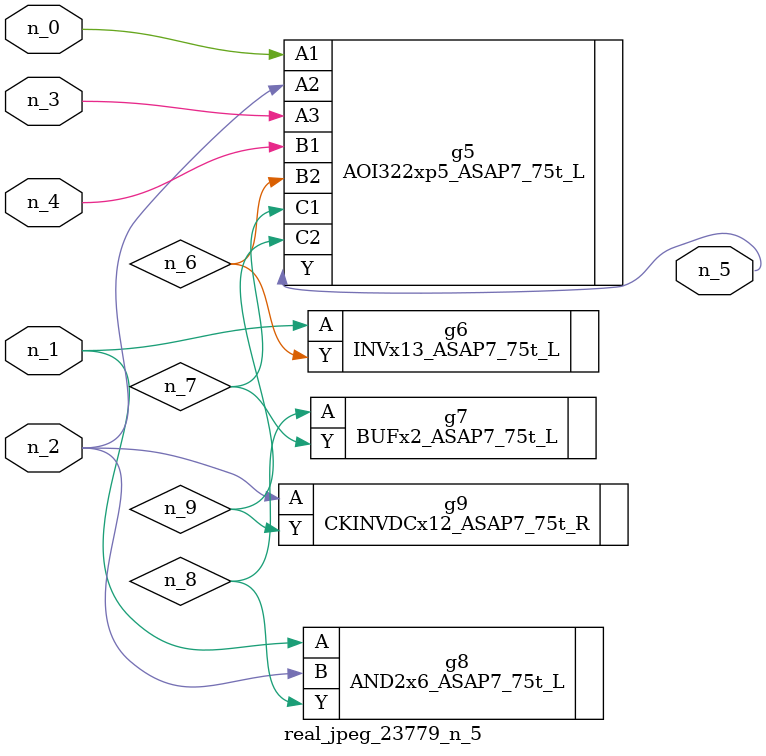
<source format=v>
module real_jpeg_23779_n_5 (n_4, n_0, n_1, n_2, n_3, n_5);

input n_4;
input n_0;
input n_1;
input n_2;
input n_3;

output n_5;

wire n_8;
wire n_6;
wire n_7;
wire n_9;

AOI322xp5_ASAP7_75t_L g5 ( 
.A1(n_0),
.A2(n_2),
.A3(n_3),
.B1(n_4),
.B2(n_6),
.C1(n_7),
.C2(n_9),
.Y(n_5)
);

INVx13_ASAP7_75t_L g6 ( 
.A(n_1),
.Y(n_6)
);

AND2x6_ASAP7_75t_L g8 ( 
.A(n_1),
.B(n_2),
.Y(n_8)
);

CKINVDCx12_ASAP7_75t_R g9 ( 
.A(n_2),
.Y(n_9)
);

BUFx2_ASAP7_75t_L g7 ( 
.A(n_8),
.Y(n_7)
);


endmodule
</source>
